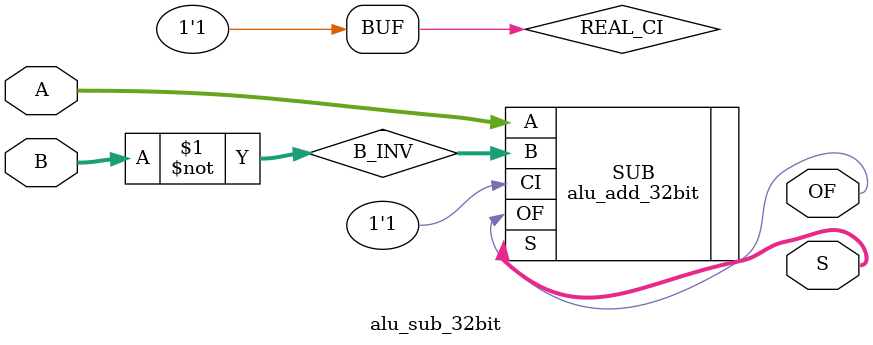
<source format=v>
`timescale 1ns / 1ps
`default_nettype none
module alu_sub_32bit(A, B, S, OF);

	//port definitions
	input wire [31:0] A;
	input wire [31:0] B;
	output wire [31:0] S;
	output wire OF;
	wire REAL_CI;
	wire [31:0] B_INV;

	assign B_INV = ~B;
	assign REAL_CI = 1'b1;

	alu_add_32bit SUB (.A(A), .B(B_INV), .CI(REAL_CI), .S(S), .OF(OF));
endmodule
`default_nettype wire

</source>
